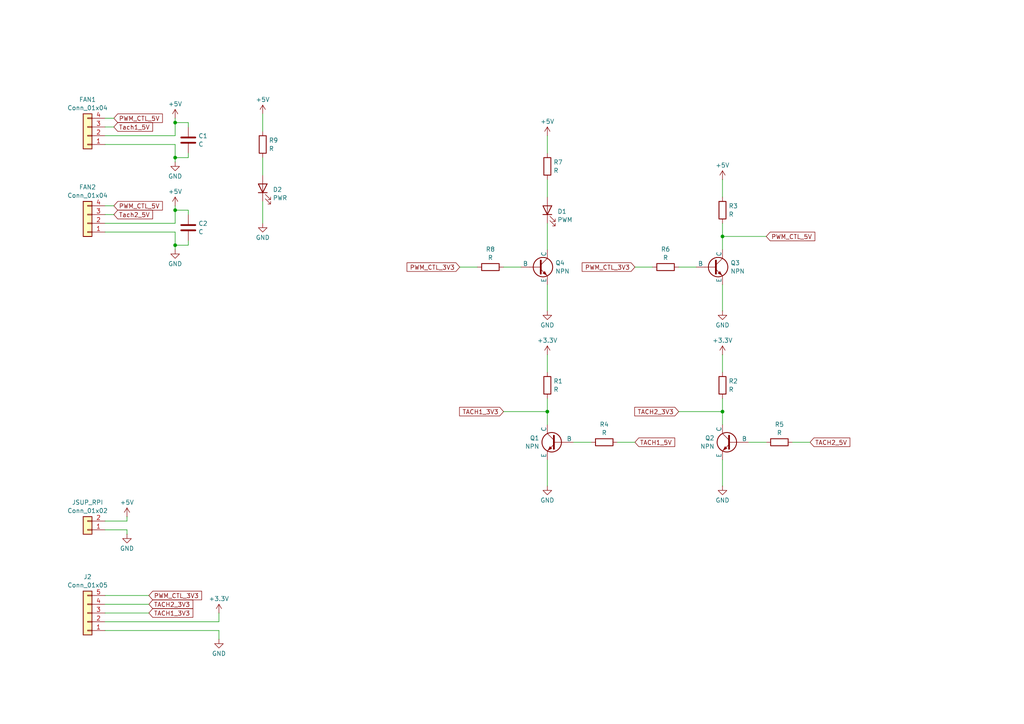
<source format=kicad_sch>
(kicad_sch (version 20231120) (generator "eeschema") (generator_version "8.0")
  (paper "A4")
  (lib_symbols
    (symbol "Connector_Generic:Conn_01x02" (pin_names (offset 1.016) hide)
      (property "Reference" "J" (at 0 2.54 0))
      (property "Value" "Conn_01x02" (at 0 -5.08 0))
      (symbol "Conn_01x02_1_1"
        (rectangle (start -1.27 -2.413) (end 0 -2.667) (stroke (width 0.1524)))
        (rectangle (start -1.27 0.127) (end 0 -0.127) (stroke (width 0.1524)))
        (rectangle (start -1.27 1.27) (end 1.27 -3.81) (stroke (width 0.254)) (fill (type background)))
        (pin passive line (at -5.08 0 0) (length 3.81) (name "Pin_1") (number "1"))
        (pin passive line (at -5.08 -2.54 0) (length 3.81) (name "Pin_2") (number "2"))
      )
    )
    (symbol "Connector_Generic:Conn_01x04" (pin_names (offset 1.016) hide)
      (property "Reference" "J" (at 0 5.08 0))
      (property "Value" "Conn_01x04" (at 0 -7.62 0))
      (symbol "Conn_01x04_1_1"
        (rectangle (start -1.27 -4.953) (end 0 -5.207) (stroke (width 0.1524)))
        (rectangle (start -1.27 -2.413) (end 0 -2.667) (stroke (width 0.1524)))
        (rectangle (start -1.27 0.127) (end 0 -0.127) (stroke (width 0.1524)))
        (rectangle (start -1.27 2.667) (end 0 2.413) (stroke (width 0.1524)))
        (rectangle (start -1.27 3.81) (end 1.27 -6.35) (stroke (width 0.254)) (fill (type background)))
        (pin passive line (at -5.08 2.54 0) (length 3.81) (name "Pin_1") (number "1"))
        (pin passive line (at -5.08 0 0) (length 3.81) (name "Pin_2") (number "2"))
        (pin passive line (at -5.08 -2.54 0) (length 3.81) (name "Pin_3") (number "3"))
        (pin passive line (at -5.08 -5.08 0) (length 3.81) (name "Pin_4") (number "4"))
      )
    )
    (symbol "Connector_Generic:Conn_01x05" (pin_names (offset 1.016) hide)
      (property "Reference" "J" (at 0 7.62 0))
      (property "Value" "Conn_01x05" (at 0 -7.62 0))
      (symbol "Conn_01x05_1_1"
        (rectangle (start -1.27 -4.953) (end 0 -5.207) (stroke (width 0.1524)))
        (rectangle (start -1.27 -2.413) (end 0 -2.667) (stroke (width 0.1524)))
        (rectangle (start -1.27 0.127) (end 0 -0.127) (stroke (width 0.1524)))
        (rectangle (start -1.27 2.667) (end 0 2.413) (stroke (width 0.1524)))
        (rectangle (start -1.27 5.207) (end 0 4.953) (stroke (width 0.1524)))
        (rectangle (start -1.27 6.35) (end 1.27 -6.35) (stroke (width 0.254)) (fill (type background)))
        (pin passive line (at -5.08 5.08 0) (length 3.81) (name "Pin_1") (number "1"))
        (pin passive line (at -5.08 2.54 0) (length 3.81) (name "Pin_2") (number "2"))
        (pin passive line (at -5.08 0 0) (length 3.81) (name "Pin_3") (number "3"))
        (pin passive line (at -5.08 -2.54 0) (length 3.81) (name "Pin_4") (number "4"))
        (pin passive line (at -5.08 -5.08 0) (length 3.81) (name "Pin_5") (number "5"))
      )
    )
    (symbol "Device:C" (pin_numbers hide) (pin_names (offset 0.254))
      (property "Reference" "C" (at 0.635 2.54 0))
      (property "Value" "C" (at 0.635 -2.54 0))
      (symbol "C_0_1"
        (polyline (pts (xy -2.032 -0.762) (xy 2.032 -0.762)) (stroke (width 0.508)))
        (polyline (pts (xy -2.032 0.762) (xy 2.032 0.762)) (stroke (width 0.508)))
      )
      (symbol "C_1_1"
        (pin passive line (at 0 3.81 270) (length 2.794) (name "~") (number "1"))
        (pin passive line (at 0 -3.81 90) (length 2.794) (name "~") (number "2"))
      )
    )
    (symbol "Device:LED" (pin_numbers hide) (pin_names (offset 1.016) hide)
      (property "Reference" "D" (at 0 2.54 0))
      (property "Value" "LED" (at 0 -2.54 0))
      (symbol "LED_0_1"
        (polyline (pts (xy -1.27 -1.27) (xy -1.27 1.27)) (stroke (width 0.254)))
        (polyline (pts (xy -1.27 0) (xy 1.27 0)))
        (polyline (pts (xy 1.27 -1.27) (xy 1.27 1.27) (xy -1.27 0) (xy 1.27 -1.27)) (stroke (width 0.254)))
        (polyline (pts (xy -3.048 -0.762) (xy -4.572 -2.286) (xy -3.81 -2.286) (xy -4.572 -2.286) (xy -4.572 -1.524)))
        (polyline (pts (xy -1.778 -0.762) (xy -3.302 -2.286) (xy -2.54 -2.286) (xy -3.302 -2.286) (xy -3.302 -1.524)))
      )
      (symbol "LED_1_1"
        (pin passive line (at -3.81 0 0) (length 2.54) (name "K") (number "1"))
        (pin passive line (at 3.81 0 180) (length 2.54) (name "A") (number "2"))
      )
    )
    (symbol "Device:R" (pin_numbers hide) (pin_names (offset 0))
      (property "Reference" "R" (at 2.032 0 90))
      (property "Value" "R" (at 0 0 90))
      (symbol "R_0_1"
        (rectangle (start -1.016 -2.54) (end 1.016 2.54) (stroke (width 0.254)))
      )
      (symbol "R_1_1"
        (pin passive line (at 0 3.81 270) (length 1.27) (name "~") (number "1"))
        (pin passive line (at 0 -3.81 90) (length 1.27) (name "~") (number "2"))
      )
    )
    (symbol "Simulation_SPICE:NPN" (pin_numbers hide) (pin_names (offset 0))
      (property "Reference" "Q" (at -2.54 7.62 0))
      (property "Value" "NPN" (at -2.54 5.08 0))
      (symbol "NPN_0_1"
        (polyline (pts (xy -2.54 0) (xy 0.635 0)) (stroke (width 0.1524)))
        (polyline (pts (xy 0.635 0.635) (xy 2.54 2.54)))
        (polyline (pts (xy 2.794 -1.27) (xy 2.794 -1.27)) (stroke (width 0.1524)))
        (polyline (pts (xy 2.794 -1.27) (xy 2.794 -1.27)) (stroke (width 0.1524)))
        (polyline (pts (xy 0.635 -0.635) (xy 2.54 -2.54) (xy 2.54 -2.54)))
        (polyline (pts (xy 0.635 1.905) (xy 0.635 -1.905) (xy 0.635 -1.905)) (stroke (width 0.508)))
        (polyline (pts (xy 1.27 -1.778) (xy 1.778 -1.27) (xy 2.286 -2.286) (xy 1.27 -1.778) (xy 1.27 -1.778)) (fill (type outline)))
        (circle (center 1.27 0) (radius 2.8194) (stroke (width 0.254)))
      )
      (symbol "NPN_1_1"
        (pin open_collector line (at 2.54 5.08 270) (length 2.54) (name "C") (number "1"))
        (pin input line (at -5.08 0 0) (length 2.54) (name "B") (number "2"))
        (pin open_emitter line (at 2.54 -5.08 90) (length 2.54) (name "E") (number "3"))
      )
    )
    (symbol "power:+3.3V" (power) (pin_numbers hide) (pin_names (offset 0) hide)
      (property "Value" "+3.3V" (at 0 3.556 0))
      (symbol "+3.3V_0_1"
        (polyline (pts (xy -0.762 1.27) (xy 0 2.54)))
        (polyline (pts (xy 0 0) (xy 0 2.54)))
        (polyline (pts (xy 0 2.54) (xy 0.762 1.27)))
      )
      (symbol "+3.3V_1_1"
        (pin power_in line (at 0 0 90) (length 0) (name "~") (number "1"))
      )
    )
    (symbol "power:+5V" (power) (pin_numbers hide) (pin_names (offset 0) hide)
      (property "Value" "+5V" (at 0 3.556 0))
      (symbol "+5V_0_1"
        (polyline (pts (xy -0.762 1.27) (xy 0 2.54)))
        (polyline (pts (xy 0 0) (xy 0 2.54)))
        (polyline (pts (xy 0 2.54) (xy 0.762 1.27)))
      )
      (symbol "+5V_1_1"
        (pin power_in line (at 0 0 90) (length 0) (name "~") (number "1"))
      )
    )
    (symbol "power:GND" (power) (pin_numbers hide) (pin_names (offset 0) hide)
      (property "Value" "GND" (at 0 -3.81 0))
      (symbol "GND_0_1"
        (polyline (pts (xy 0 0) (xy 0 -1.27) (xy 1.27 -1.27) (xy 0 -2.54) (xy -1.27 -1.27) (xy 0 -1.27)))
      )
      (symbol "GND_1_1"
        (pin power_in line (at 0 0 270) (length 0) (name "~") (number "1"))
      )
    )
  )
  (junction (at 50.8 60.96))
  (junction (at 50.8 45.72))
  (junction (at 209.55 119.38))
  (junction (at 158.75 119.38))
  (junction (at 209.55 68.58))
  (junction (at 50.8 35.56))
  (junction (at 50.8 71.12))
  (wire (pts (xy 166.37 128.27) (xy 171.45 128.27)))
  (wire (pts (xy 30.48 34.29) (xy 33.02 34.29)))
  (wire (pts (xy 158.75 64.77) (xy 158.75 72.39)))
  (wire (pts (xy 50.8 59.69) (xy 50.8 60.96)))
  (wire (pts (xy 30.48 64.77) (xy 50.8 64.77)))
  (wire (pts (xy 158.75 82.55) (xy 158.75 90.17)))
  (wire (pts (xy 50.8 60.96) (xy 54.61 60.96)))
  (wire (pts (xy 50.8 67.31) (xy 50.8 71.12)))
  (wire (pts (xy 209.55 68.58) (xy 209.55 72.39)))
  (wire (pts (xy 209.55 68.58) (xy 222.25 68.58)))
  (wire (pts (xy 30.48 177.8) (xy 43.18 177.8)))
  (wire (pts (xy 158.75 115.57) (xy 158.75 119.38)))
  (wire (pts (xy 50.8 45.72) (xy 50.8 46.99)))
  (wire (pts (xy 50.8 60.96) (xy 50.8 64.77)))
  (wire (pts (xy 196.85 77.47) (xy 201.93 77.47)))
  (wire (pts (xy 50.8 71.12) (xy 54.61 71.12)))
  (wire (pts (xy 50.8 35.56) (xy 50.8 39.37)))
  (wire (pts (xy 209.55 52.07) (xy 209.55 57.15)))
  (wire (pts (xy 133.35 77.47) (xy 138.43 77.47)))
  (wire (pts (xy 54.61 69.85) (xy 54.61 71.12)))
  (wire (pts (xy 50.8 34.29) (xy 50.8 35.56)))
  (wire (pts (xy 196.85 119.38) (xy 209.55 119.38)))
  (wire (pts (xy 30.48 182.88) (xy 63.5 182.88)))
  (wire (pts (xy 54.61 44.45) (xy 54.61 45.72)))
  (wire (pts (xy 50.8 45.72) (xy 54.61 45.72)))
  (wire (pts (xy 76.2 33.02) (xy 76.2 38.1)))
  (wire (pts (xy 209.55 82.55) (xy 209.55 90.17)))
  (wire (pts (xy 50.8 35.56) (xy 54.61 35.56)))
  (wire (pts (xy 30.48 153.67) (xy 36.83 153.67)))
  (wire (pts (xy 50.8 71.12) (xy 50.8 72.39)))
  (wire (pts (xy 30.48 67.31) (xy 50.8 67.31)))
  (wire (pts (xy 146.05 119.38) (xy 158.75 119.38)))
  (wire (pts (xy 179.07 128.27) (xy 184.15 128.27)))
  (wire (pts (xy 158.75 52.07) (xy 158.75 57.15)))
  (wire (pts (xy 50.8 41.91) (xy 50.8 45.72)))
  (wire (pts (xy 146.05 77.47) (xy 151.13 77.47)))
  (wire (pts (xy 36.83 151.13) (xy 36.83 149.86)))
  (wire (pts (xy 76.2 45.72) (xy 76.2 50.8)))
  (wire (pts (xy 209.55 119.38) (xy 209.55 123.19)))
  (wire (pts (xy 209.55 133.35) (xy 209.55 140.97)))
  (wire (pts (xy 30.48 59.69) (xy 33.02 59.69)))
  (wire (pts (xy 158.75 39.37) (xy 158.75 44.45)))
  (wire (pts (xy 158.75 102.87) (xy 158.75 107.95)))
  (wire (pts (xy 54.61 60.96) (xy 54.61 62.23)))
  (wire (pts (xy 30.48 41.91) (xy 50.8 41.91)))
  (wire (pts (xy 30.48 175.26) (xy 43.18 175.26)))
  (wire (pts (xy 63.5 182.88) (xy 63.5 185.42)))
  (wire (pts (xy 209.55 102.87) (xy 209.55 107.95)))
  (wire (pts (xy 54.61 35.56) (xy 54.61 36.83)))
  (wire (pts (xy 30.48 172.72) (xy 43.18 172.72)))
  (wire (pts (xy 30.48 180.34) (xy 63.5 180.34)))
  (wire (pts (xy 36.83 153.67) (xy 36.83 154.94)))
  (wire (pts (xy 158.75 119.38) (xy 158.75 123.19)))
  (wire (pts (xy 217.17 128.27) (xy 222.25 128.27)))
  (wire (pts (xy 30.48 39.37) (xy 50.8 39.37)))
  (wire (pts (xy 229.87 128.27) (xy 234.95 128.27)))
  (wire (pts (xy 158.75 133.35) (xy 158.75 140.97)))
  (wire (pts (xy 209.55 64.77) (xy 209.55 68.58)))
  (wire (pts (xy 63.5 177.8) (xy 63.5 180.34)))
  (wire (pts (xy 76.2 58.42) (xy 76.2 64.77)))
  (wire (pts (xy 184.15 77.47) (xy 189.23 77.47)))
  (wire (pts (xy 30.48 62.23) (xy 33.02 62.23)))
  (wire (pts (xy 209.55 115.57) (xy 209.55 119.38)))
  (wire (pts (xy 30.48 151.13) (xy 36.83 151.13)))
  (wire (pts (xy 30.48 36.83) (xy 33.02 36.83)))
  (global_label "TACH2_5V" (shape input) (at 234.95 128.27 0) (property "Intersheetrefs" "${INTERSHEET_REFS}" (effects (hide yes))))
  (global_label "TACH1_3V3" (shape input) (at 43.18 177.8 0) (property "Intersheetrefs" "${INTERSHEET_REFS}" (effects (hide yes))))
  (global_label "PWM_CTL_3V3" (shape input) (at 43.18 172.72 0) (property "Intersheetrefs" "${INTERSHEET_REFS}" (effects (hide yes))))
  (global_label "PWM_CTL_5V" (shape input) (at 222.25 68.58 0) (property "Intersheetrefs" "${INTERSHEET_REFS}" (effects (hide yes))))
  (global_label "TACH1_3V3" (shape input) (at 146.05 119.38 180) (property "Intersheetrefs" "${INTERSHEET_REFS}" (effects (hide yes))))
  (global_label "PWM_CTL_3V3" (shape input) (at 133.35 77.47 180) (property "Intersheetrefs" "${INTERSHEET_REFS}" (effects (hide yes))))
  (global_label "PWM_CTL_5V" (shape input) (at 33.02 59.69 0) (property "Intersheetrefs" "${INTERSHEET_REFS}" (effects (hide yes))))
  (global_label "Tach1_5V" (shape input) (at 33.02 36.83 0) (property "Intersheetrefs" "${INTERSHEET_REFS}" (effects (hide yes))))
  (global_label "PWM_CTL_3V3" (shape input) (at 184.15 77.47 180) (property "Intersheetrefs" "${INTERSHEET_REFS}" (effects (hide yes))))
  (global_label "TACH2_3V3" (shape input) (at 196.85 119.38 180) (property "Intersheetrefs" "${INTERSHEET_REFS}" (effects (hide yes))))
  (global_label "TACH1_5V" (shape input) (at 184.15 128.27 0) (property "Intersheetrefs" "${INTERSHEET_REFS}" (effects (hide yes))))
  (global_label "TACH2_3V3" (shape input) (at 43.18 175.26 0) (property "Intersheetrefs" "${INTERSHEET_REFS}" (effects (hide yes))))
  (global_label "PWM_CTL_5V" (shape input) (at 33.02 34.29 0) (property "Intersheetrefs" "${INTERSHEET_REFS}" (effects (hide yes))))
  (global_label "Tach2_5V" (shape input) (at 33.02 62.23 0) (property "Intersheetrefs" "${INTERSHEET_REFS}" (effects (hide yes))))
  (symbol (lib_id "Connector_Generic:Conn_01x02") (at 25.4 153.67 180) (unit 1)
    (property "Reference" "JSUP_RPI" (at 25.4 145.7155 0))
    (property "Value" "Conn_01x02" (at 25.4 148.1398 0))
    (property "Description" "Generic connector, single row, 01x02, script generated (kicad-library-utils/schlib/autogen/connector/)" (effects (hide yes)))
  )
  (symbol (lib_id "power:GND") (at 209.55 90.17 0) (unit 1)
    (property "Reference" "#PWR014" (effects (hide yes)))
    (property "Value" "GND" (at 209.55 94.3031 0))
    (property "Description" "Power symbol creates a global label with name \"GND\" , ground" (effects (hide yes)))
  )
  (symbol (lib_id "Device:R") (at 209.55 60.96 0) (unit 1)
    (property "Reference" "R3" (at 211.328 59.7478 0) (effects (justify left)))
    (property "Value" "R" (at 211.328 62.1721 0) (effects (justify left)))
    (property "Description" "Resistor" (effects (hide yes)))
  )
  (symbol (lib_id "Device:C") (at 54.61 66.04 0) (unit 1)
    (property "Reference" "C2" (at 57.531 64.8278 0) (effects (justify left)))
    (property "Value" "C" (at 57.531 67.2521 0) (effects (justify left)))
    (property "Description" "Unpolarized capacitor" (effects (hide yes)))
  )
  (symbol (lib_id "power:GND") (at 76.2 64.77 0) (unit 1)
    (property "Reference" "#PWR03" (effects (hide yes)))
    (property "Value" "GND" (at 76.2 68.9031 0))
    (property "Description" "Power symbol creates a global label with name \"GND\" , ground" (effects (hide yes)))
  )
  (symbol (lib_id "Device:C") (at 54.61 40.64 0) (unit 1)
    (property "Reference" "C1" (at 57.531 39.4278 0) (effects (justify left)))
    (property "Value" "C" (at 57.531 41.8521 0) (effects (justify left)))
    (property "Description" "Unpolarized capacitor" (effects (hide yes)))
  )
  (symbol (lib_id "power:GND") (at 50.8 46.99 0) (unit 1)
    (property "Reference" "#PWR08" (effects (hide yes)))
    (property "Value" "GND" (at 50.8 51.1231 0))
    (property "Description" "Power symbol creates a global label with name \"GND\" , ground" (effects (hide yes)))
  )
  (symbol (lib_id "power:+5V") (at 50.8 34.29 0) (unit 1)
    (property "Reference" "#PWR07" (effects (hide yes)))
    (property "Value" "+5V" (at 50.8 30.1569 0))
    (property "Description" "Power symbol creates a global label with name \"+5V\"" (effects (hide yes)))
  )
  (symbol (lib_id "Simulation_SPICE:NPN") (at 207.01 77.47 0) (unit 1)
    (property "Reference" "Q3" (at 211.8614 76.2578 0) (effects (justify left)))
    (property "Value" "NPN" (at 211.8614 78.6821 0) (effects (justify left)))
    (property "Datasheet" "https://ngspice.sourceforge.io/docs/ngspice-html-manual/manual.xhtml#cha_BJTs" (effects (hide yes)))
    (property "Description" "Bipolar transistor symbol for simulation only, substrate tied to the emitter" (effects (hide yes)))
    (property "Sim.Device" "NPN" (effects (hide yes)))
    (property "Sim.Type" "GUMMELPOON" (effects (hide yes)))
    (property "Sim.Pins" "1=C 2=B 3=E" (effects (hide yes)))
  )
  (symbol (lib_id "power:+5V") (at 50.8 59.69 0) (unit 1)
    (property "Reference" "#PWR02" (effects (hide yes)))
    (property "Value" "+5V" (at 50.8 55.5569 0))
    (property "Description" "Power symbol creates a global label with name \"+5V\"" (effects (hide yes)))
  )
  (symbol (lib_id "power:GND") (at 158.75 140.97 0) (unit 1)
    (property "Reference" "#PWR09" (effects (hide yes)))
    (property "Value" "GND" (at 158.75 145.1031 0))
    (property "Description" "Power symbol creates a global label with name \"GND\" , ground" (effects (hide yes)))
  )
  (symbol (lib_id "Device:R") (at 158.75 111.76 0) (unit 1)
    (property "Reference" "R1" (at 160.528 110.5478 0) (effects (justify left)))
    (property "Value" "R" (at 160.528 112.9721 0) (effects (justify left)))
    (property "Description" "Resistor" (effects (hide yes)))
  )
  (symbol (lib_id "power:+5V") (at 209.55 52.07 0) (unit 1)
    (property "Reference" "#PWR012" (effects (hide yes)))
    (property "Value" "+5V" (at 209.55 47.9369 0))
    (property "Description" "Power symbol creates a global label with name \"+5V\"" (effects (hide yes)))
  )
  (symbol (lib_id "power:GND") (at 63.5 185.42 0) (unit 1)
    (property "Reference" "#PWR015" (effects (hide yes)))
    (property "Value" "GND" (at 63.5 189.5531 0))
    (property "Description" "Power symbol creates a global label with name \"GND\" , ground" (effects (hide yes)))
  )
  (symbol (lib_id "Device:R") (at 76.2 41.91 0) (unit 1)
    (property "Reference" "R9" (at 77.978 40.6978 0) (effects (justify left)))
    (property "Value" "R" (at 77.978 43.1221 0) (effects (justify left)))
    (property "Description" "Resistor" (effects (hide yes)))
  )
  (symbol (lib_id "power:+5V") (at 36.83 149.86 0) (unit 1)
    (property "Reference" "#PWR06" (effects (hide yes)))
    (property "Value" "+5V" (at 36.83 145.7269 0))
    (property "Description" "Power symbol creates a global label with name \"+5V\"" (effects (hide yes)))
  )
  (symbol (lib_id "Connector_Generic:Conn_01x05") (at 25.4 177.8 180) (unit 1)
    (property "Reference" "J2" (at 25.4 167.3055 0))
    (property "Value" "Conn_01x05" (at 25.4 169.7298 0))
    (property "Description" "Generic connector, single row, 01x05, script generated (kicad-library-utils/schlib/autogen/connector/)" (effects (hide yes)))
  )
  (symbol (lib_id "power:+3.3V") (at 63.5 177.8 0) (unit 1)
    (property "Reference" "#PWR016" (effects (hide yes)))
    (property "Value" "+3.3V" (at 63.5 173.6669 0))
    (property "Description" "Power symbol creates a global label with name \"+3.3V\"" (effects (hide yes)))
  )
  (symbol (lib_id "Device:R") (at 193.04 77.47 90) (unit 1)
    (property "Reference" "R6" (at 193.04 72.3095 90))
    (property "Value" "R" (at 193.04 74.7338 90))
    (property "Description" "Resistor" (effects (hide yes)))
  )
  (symbol (lib_id "Simulation_SPICE:NPN") (at 212.09 128.27 0) (mirror y) (unit 1)
    (property "Reference" "Q2" (at 207.2386 127.0578 0) (effects (justify left)))
    (property "Value" "NPN" (at 207.2386 129.4821 0) (effects (justify left)))
    (property "Datasheet" "https://ngspice.sourceforge.io/docs/ngspice-html-manual/manual.xhtml#cha_BJTs" (effects (hide yes)))
    (property "Description" "Bipolar transistor symbol for simulation only, substrate tied to the emitter" (effects (hide yes)))
    (property "Sim.Device" "NPN" (effects (hide yes)))
    (property "Sim.Type" "GUMMELPOON" (effects (hide yes)))
    (property "Sim.Pins" "1=C 2=B 3=E" (effects (hide yes)))
  )
  (symbol (lib_id "power:+5V") (at 158.75 39.37 0) (unit 1)
    (property "Reference" "#PWR017" (effects (hide yes)))
    (property "Value" "+5V" (at 158.75 35.2369 0))
    (property "Description" "Power symbol creates a global label with name \"+5V\"" (effects (hide yes)))
  )
  (symbol (lib_id "Connector_Generic:Conn_01x04") (at 25.4 39.37 180) (unit 1)
    (property "Reference" "FAN1" (at 25.4 28.8755 0))
    (property "Value" "Conn_01x04" (at 25.4 31.2998 0))
    (property "Description" "Generic connector, single row, 01x04, script generated (kicad-library-utils/schlib/autogen/connector/)" (effects (hide yes)))
  )
  (symbol (lib_id "Device:R") (at 175.26 128.27 90) (unit 1)
    (property "Reference" "R4" (at 175.26 123.1095 90))
    (property "Value" "R" (at 175.26 125.5338 90))
    (property "Description" "Resistor" (effects (hide yes)))
  )
  (symbol (lib_id "Simulation_SPICE:NPN") (at 161.29 128.27 0) (mirror y) (unit 1)
    (property "Reference" "Q1" (at 156.4386 127.0578 0) (effects (justify left)))
    (property "Value" "NPN" (at 156.4386 129.4821 0) (effects (justify left)))
    (property "Datasheet" "https://ngspice.sourceforge.io/docs/ngspice-html-manual/manual.xhtml#cha_BJTs" (effects (hide yes)))
    (property "Description" "Bipolar transistor symbol for simulation only, substrate tied to the emitter" (effects (hide yes)))
    (property "Sim.Device" "NPN" (effects (hide yes)))
    (property "Sim.Type" "GUMMELPOON" (effects (hide yes)))
    (property "Sim.Pins" "1=C 2=B 3=E" (effects (hide yes)))
  )
  (symbol (lib_id "Device:LED") (at 158.75 60.96 90) (unit 1)
    (property "Reference" "D1" (at 161.671 61.3353 90) (effects (justify right)))
    (property "Value" "PWM" (at 161.671 63.7596 90) (effects (justify right)))
    (property "Description" "Light emitting diode" (effects (hide yes)))
  )
  (symbol (lib_id "Simulation_SPICE:NPN") (at 156.21 77.47 0) (unit 1)
    (property "Reference" "Q4" (at 161.0614 76.2578 0) (effects (justify left)))
    (property "Value" "NPN" (at 161.0614 78.6821 0) (effects (justify left)))
    (property "Datasheet" "https://ngspice.sourceforge.io/docs/ngspice-html-manual/manual.xhtml#cha_BJTs" (effects (hide yes)))
    (property "Description" "Bipolar transistor symbol for simulation only, substrate tied to the emitter" (effects (hide yes)))
    (property "Sim.Device" "NPN" (effects (hide yes)))
    (property "Sim.Type" "GUMMELPOON" (effects (hide yes)))
    (property "Sim.Pins" "1=C 2=B 3=E" (effects (hide yes)))
  )
  (symbol (lib_id "Device:R") (at 142.24 77.47 90) (unit 1)
    (property "Reference" "R8" (at 142.24 72.3095 90))
    (property "Value" "R" (at 142.24 74.7338 90))
    (property "Description" "Resistor" (effects (hide yes)))
  )
  (symbol (lib_id "power:GND") (at 36.83 154.94 0) (unit 1)
    (property "Reference" "#PWR05" (effects (hide yes)))
    (property "Value" "GND" (at 36.83 159.0731 0))
    (property "Description" "Power symbol creates a global label with name \"GND\" , ground" (effects (hide yes)))
  )
  (symbol (lib_id "power:GND") (at 50.8 72.39 0) (unit 1)
    (property "Reference" "#PWR04" (effects (hide yes)))
    (property "Value" "GND" (at 50.8 76.5231 0))
    (property "Description" "Power symbol creates a global label with name \"GND\" , ground" (effects (hide yes)))
  )
  (symbol (lib_id "Connector_Generic:Conn_01x04") (at 25.4 64.77 180) (unit 1)
    (property "Reference" "FAN2" (at 25.4 54.2755 0))
    (property "Value" "Conn_01x04" (at 25.4 56.6998 0))
    (property "Description" "Generic connector, single row, 01x04, script generated (kicad-library-utils/schlib/autogen/connector/)" (effects (hide yes)))
  )
  (symbol (lib_id "Device:LED") (at 76.2 54.61 90) (unit 1)
    (property "Reference" "D2" (at 79.121 54.9853 90) (effects (justify right)))
    (property "Value" "PWR" (at 79.121 57.4096 90) (effects (justify right)))
    (property "Description" "Light emitting diode" (effects (hide yes)))
  )
  (symbol (lib_id "power:GND") (at 158.75 90.17 0) (unit 1)
    (property "Reference" "#PWR018" (effects (hide yes)))
    (property "Value" "GND" (at 158.75 94.3031 0))
    (property "Description" "Power symbol creates a global label with name \"GND\" , ground" (effects (hide yes)))
  )
  (symbol (lib_id "power:+3.3V") (at 209.55 102.87 0) (unit 1)
    (property "Reference" "#PWR011" (effects (hide yes)))
    (property "Value" "+3.3V" (at 209.55 98.7369 0))
    (property "Description" "Power symbol creates a global label with name \"+3.3V\"" (effects (hide yes)))
  )
  (symbol (lib_id "Device:R") (at 209.55 111.76 0) (unit 1)
    (property "Reference" "R2" (at 211.328 110.5478 0) (effects (justify left)))
    (property "Value" "R" (at 211.328 112.9721 0) (effects (justify left)))
    (property "Description" "Resistor" (effects (hide yes)))
  )
  (symbol (lib_id "Device:R") (at 158.75 48.26 0) (unit 1)
    (property "Reference" "R7" (at 160.528 47.0478 0) (effects (justify left)))
    (property "Value" "R" (at 160.528 49.4721 0) (effects (justify left)))
    (property "Description" "Resistor" (effects (hide yes)))
  )
  (symbol (lib_id "Device:R") (at 226.06 128.27 90) (unit 1)
    (property "Reference" "R5" (at 226.06 123.1095 90))
    (property "Value" "R" (at 226.06 125.5338 90))
    (property "Description" "Resistor" (effects (hide yes)))
  )
  (symbol (lib_id "power:+3.3V") (at 158.75 102.87 0) (unit 1)
    (property "Reference" "#PWR010" (effects (hide yes)))
    (property "Value" "+3.3V" (at 158.75 98.7369 0))
    (property "Description" "Power symbol creates a global label with name \"+3.3V\"" (effects (hide yes)))
  )
  (symbol (lib_id "power:GND") (at 209.55 140.97 0) (unit 1)
    (property "Reference" "#PWR013" (effects (hide yes)))
    (property "Value" "GND" (at 209.55 145.1031 0))
    (property "Description" "Power symbol creates a global label with name \"GND\" , ground" (effects (hide yes)))
  )
  (symbol (lib_id "power:+5V") (at 76.2 33.02 0) (unit 1)
    (property "Reference" "#PWR01" (effects (hide yes)))
    (property "Value" "+5V" (at 76.2 28.8869 0))
    (property "Description" "Power symbol creates a global label with name \"+5V\"" (effects (hide yes)))
  )
)
</source>
